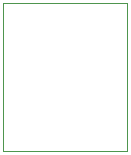
<source format=gbr>
%TF.GenerationSoftware,KiCad,Pcbnew,9.0.0*%
%TF.CreationDate,2025-04-04T03:51:44-04:00*%
%TF.ProjectId,Project Resonator Crossover Circuit PCB,50726f6a-6563-4742-9052-65736f6e6174,rev?*%
%TF.SameCoordinates,Original*%
%TF.FileFunction,Profile,NP*%
%FSLAX46Y46*%
G04 Gerber Fmt 4.6, Leading zero omitted, Abs format (unit mm)*
G04 Created by KiCad (PCBNEW 9.0.0) date 2025-04-04 03:51:44*
%MOMM*%
%LPD*%
G01*
G04 APERTURE LIST*
%TA.AperFunction,Profile*%
%ADD10C,0.050000*%
%TD*%
G04 APERTURE END LIST*
D10*
X163870994Y-50898800D02*
X174371000Y-50898800D01*
X174371000Y-63398807D01*
X163870994Y-63398807D01*
X163870994Y-50898800D01*
M02*

</source>
